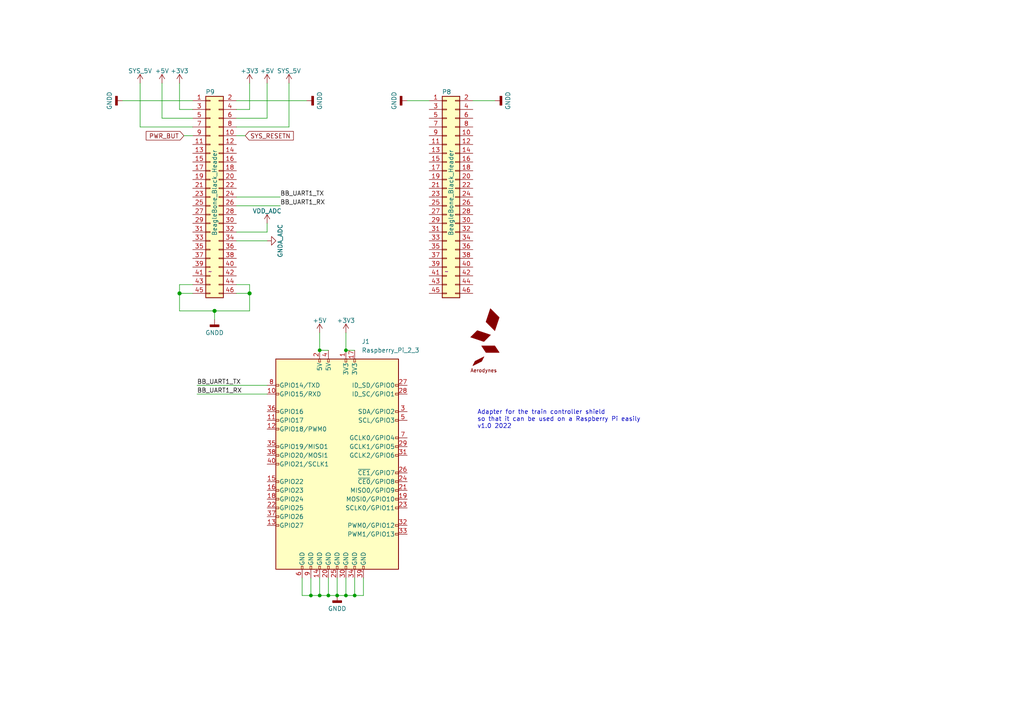
<source format=kicad_sch>
(kicad_sch (version 20211123) (generator eeschema)
  (paper "A4")
  (lib_symbols
    (symbol "Connector:Raspberry_Pi_2_3" (pin_names (offset 1.016))
      (property "Reference" "J" (at -17.78 31.75 0))
      (property "Value" "Raspberry_Pi_2_3" (at 10.16 -31.75 0))
      (symbol "Raspberry_Pi_2_3_0_1"
        (rectangle (start -17.78 30.48) (end 17.78 -30.48) (stroke (width 0.254)) (fill (type background)))
      )
      (symbol "Raspberry_Pi_2_3_1_1"
        (rectangle (start -16.891 -17.526) (end -17.78 -18.034))
        (rectangle (start -16.891 -14.986) (end -17.78 -15.494))
        (rectangle (start -16.891 -12.446) (end -17.78 -12.954))
        (rectangle (start -16.891 -9.906) (end -17.78 -10.414))
        (rectangle (start -16.891 -7.366) (end -17.78 -7.874))
        (rectangle (start -16.891 -4.826) (end -17.78 -5.334))
        (rectangle (start -16.891 0.254) (end -17.78 -0.254))
        (rectangle (start -16.891 2.794) (end -17.78 2.286))
        (rectangle (start -16.891 5.334) (end -17.78 4.826))
        (rectangle (start -16.891 10.414) (end -17.78 9.906))
        (rectangle (start -16.891 12.954) (end -17.78 12.446))
        (rectangle (start -16.891 15.494) (end -17.78 14.986))
        (rectangle (start -16.891 20.574) (end -17.78 20.066))
        (rectangle (start -16.891 23.114) (end -17.78 22.606))
        (rectangle (start -10.414 -29.591) (end -9.906 -30.48))
        (rectangle (start -7.874 -29.591) (end -7.366 -30.48))
        (rectangle (start -5.334 -29.591) (end -4.826 -30.48))
        (rectangle (start -5.334 30.48) (end -4.826 29.591))
        (rectangle (start -2.794 -29.591) (end -2.286 -30.48))
        (rectangle (start -2.794 30.48) (end -2.286 29.591))
        (rectangle (start -0.254 -29.591) (end 0.254 -30.48))
        (rectangle (start 2.286 -29.591) (end 2.794 -30.48))
        (rectangle (start 2.286 30.48) (end 2.794 29.591))
        (rectangle (start 4.826 -29.591) (end 5.334 -30.48))
        (rectangle (start 4.826 30.48) (end 5.334 29.591))
        (rectangle (start 7.366 -29.591) (end 7.874 -30.48))
        (rectangle (start 17.78 -20.066) (end 16.891 -20.574))
        (rectangle (start 17.78 -17.526) (end 16.891 -18.034))
        (rectangle (start 17.78 -12.446) (end 16.891 -12.954))
        (rectangle (start 17.78 -9.906) (end 16.891 -10.414))
        (rectangle (start 17.78 -7.366) (end 16.891 -7.874))
        (rectangle (start 17.78 -4.826) (end 16.891 -5.334))
        (rectangle (start 17.78 -2.286) (end 16.891 -2.794))
        (rectangle (start 17.78 2.794) (end 16.891 2.286))
        (rectangle (start 17.78 5.334) (end 16.891 4.826))
        (rectangle (start 17.78 7.874) (end 16.891 7.366))
        (rectangle (start 17.78 12.954) (end 16.891 12.446))
        (rectangle (start 17.78 15.494) (end 16.891 14.986))
        (rectangle (start 17.78 20.574) (end 16.891 20.066))
        (rectangle (start 17.78 23.114) (end 16.891 22.606))
        (pin power_in line (at 2.54 33.02 270) (length 2.54) (name "3V3") (number "1"))
        (pin bidirectional line (at -20.32 20.32 0) (length 2.54) (name "GPIO15/RXD") (number "10"))
        (pin bidirectional line (at -20.32 12.7 0) (length 2.54) (name "GPIO17") (number "11"))
        (pin bidirectional line (at -20.32 10.16 0) (length 2.54) (name "GPIO18/PWM0") (number "12"))
        (pin bidirectional line (at -20.32 -17.78 0) (length 2.54) (name "GPIO27") (number "13"))
        (pin power_in line (at -5.08 -33.02 90) (length 2.54) (name "GND") (number "14"))
        (pin bidirectional line (at -20.32 -5.08 0) (length 2.54) (name "GPIO22") (number "15"))
        (pin bidirectional line (at -20.32 -7.62 0) (length 2.54) (name "GPIO23") (number "16"))
        (pin power_in line (at 5.08 33.02 270) (length 2.54) (name "3V3") (number "17"))
        (pin bidirectional line (at -20.32 -10.16 0) (length 2.54) (name "GPIO24") (number "18"))
        (pin bidirectional line (at 20.32 -10.16 180) (length 2.54) (name "MOSI0/GPIO10") (number "19"))
        (pin power_in line (at -5.08 33.02 270) (length 2.54) (name "5V") (number "2"))
        (pin power_in line (at -2.54 -33.02 90) (length 2.54) (name "GND") (number "20"))
        (pin bidirectional line (at 20.32 -7.62 180) (length 2.54) (name "MISO0/GPIO9") (number "21"))
        (pin bidirectional line (at -20.32 -12.7 0) (length 2.54) (name "GPIO25") (number "22"))
        (pin bidirectional line (at 20.32 -12.7 180) (length 2.54) (name "SCLK0/GPIO11") (number "23"))
        (pin bidirectional line (at 20.32 -5.08 180) (length 2.54) (name "~{CE0}/GPIO8") (number "24"))
        (pin power_in line (at 0 -33.02 90) (length 2.54) (name "GND") (number "25"))
        (pin bidirectional line (at 20.32 -2.54 180) (length 2.54) (name "~{CE1}/GPIO7") (number "26"))
        (pin bidirectional line (at 20.32 22.86 180) (length 2.54) (name "ID_SD/GPIO0") (number "27"))
        (pin bidirectional line (at 20.32 20.32 180) (length 2.54) (name "ID_SC/GPIO1") (number "28"))
        (pin bidirectional line (at 20.32 5.08 180) (length 2.54) (name "GCLK1/GPIO5") (number "29"))
        (pin bidirectional line (at 20.32 15.24 180) (length 2.54) (name "SDA/GPIO2") (number "3"))
        (pin power_in line (at 2.54 -33.02 90) (length 2.54) (name "GND") (number "30"))
        (pin bidirectional line (at 20.32 2.54 180) (length 2.54) (name "GCLK2/GPIO6") (number "31"))
        (pin bidirectional line (at 20.32 -17.78 180) (length 2.54) (name "PWM0/GPIO12") (number "32"))
        (pin bidirectional line (at 20.32 -20.32 180) (length 2.54) (name "PWM1/GPIO13") (number "33"))
        (pin power_in line (at 5.08 -33.02 90) (length 2.54) (name "GND") (number "34"))
        (pin bidirectional line (at -20.32 5.08 0) (length 2.54) (name "GPIO19/MISO1") (number "35"))
        (pin bidirectional line (at -20.32 15.24 0) (length 2.54) (name "GPIO16") (number "36"))
        (pin bidirectional line (at -20.32 -15.24 0) (length 2.54) (name "GPIO26") (number "37"))
        (pin bidirectional line (at -20.32 2.54 0) (length 2.54) (name "GPIO20/MOSI1") (number "38"))
        (pin power_in line (at 7.62 -33.02 90) (length 2.54) (name "GND") (number "39"))
        (pin power_in line (at -2.54 33.02 270) (length 2.54) (name "5V") (number "4"))
        (pin bidirectional line (at -20.32 0 0) (length 2.54) (name "GPIO21/SCLK1") (number "40"))
        (pin bidirectional line (at 20.32 12.7 180) (length 2.54) (name "SCL/GPIO3") (number "5"))
        (pin power_in line (at -10.16 -33.02 90) (length 2.54) (name "GND") (number "6"))
        (pin bidirectional line (at 20.32 7.62 180) (length 2.54) (name "GCLK0/GPIO4") (number "7"))
        (pin bidirectional line (at -20.32 22.86 0) (length 2.54) (name "GPIO14/TXD") (number "8"))
        (pin power_in line (at -7.62 -33.02 90) (length 2.54) (name "GND") (number "9"))
      )
    )
    (symbol "Connector_Generic:Conn_02x23_Odd_Even" (pin_names (offset 1.016) hide)
      (property "Reference" "J" (at 1.27 30.48 0))
      (property "Value" "Conn_02x23_Odd_Even" (at 1.27 -30.48 0))
      (symbol "Conn_02x23_Odd_Even_1_1"
        (rectangle (start -1.27 -27.813) (end 0 -28.067) (stroke (width 0.1524)))
        (rectangle (start -1.27 -25.273) (end 0 -25.527) (stroke (width 0.1524)))
        (rectangle (start -1.27 -22.733) (end 0 -22.987) (stroke (width 0.1524)))
        (rectangle (start -1.27 -20.193) (end 0 -20.447) (stroke (width 0.1524)))
        (rectangle (start -1.27 -17.653) (end 0 -17.907) (stroke (width 0.1524)))
        (rectangle (start -1.27 -15.113) (end 0 -15.367) (stroke (width 0.1524)))
        (rectangle (start -1.27 -12.573) (end 0 -12.827) (stroke (width 0.1524)))
        (rectangle (start -1.27 -10.033) (end 0 -10.287) (stroke (width 0.1524)))
        (rectangle (start -1.27 -7.493) (end 0 -7.747) (stroke (width 0.1524)))
        (rectangle (start -1.27 -4.953) (end 0 -5.207) (stroke (width 0.1524)))
        (rectangle (start -1.27 -2.413) (end 0 -2.667) (stroke (width 0.1524)))
        (rectangle (start -1.27 0.127) (end 0 -0.127) (stroke (width 0.1524)))
        (rectangle (start -1.27 2.667) (end 0 2.413) (stroke (width 0.1524)))
        (rectangle (start -1.27 5.207) (end 0 4.953) (stroke (width 0.1524)))
        (rectangle (start -1.27 7.747) (end 0 7.493) (stroke (width 0.1524)))
        (rectangle (start -1.27 10.287) (end 0 10.033) (stroke (width 0.1524)))
        (rectangle (start -1.27 12.827) (end 0 12.573) (stroke (width 0.1524)))
        (rectangle (start -1.27 15.367) (end 0 15.113) (stroke (width 0.1524)))
        (rectangle (start -1.27 17.907) (end 0 17.653) (stroke (width 0.1524)))
        (rectangle (start -1.27 20.447) (end 0 20.193) (stroke (width 0.1524)))
        (rectangle (start -1.27 22.987) (end 0 22.733) (stroke (width 0.1524)))
        (rectangle (start -1.27 25.527) (end 0 25.273) (stroke (width 0.1524)))
        (rectangle (start -1.27 28.067) (end 0 27.813) (stroke (width 0.1524)))
        (rectangle (start -1.27 29.21) (end 3.81 -29.21) (stroke (width 0.254)) (fill (type background)))
        (rectangle (start 3.81 -27.813) (end 2.54 -28.067) (stroke (width 0.1524)))
        (rectangle (start 3.81 -25.273) (end 2.54 -25.527) (stroke (width 0.1524)))
        (rectangle (start 3.81 -22.733) (end 2.54 -22.987) (stroke (width 0.1524)))
        (rectangle (start 3.81 -20.193) (end 2.54 -20.447) (stroke (width 0.1524)))
        (rectangle (start 3.81 -17.653) (end 2.54 -17.907) (stroke (width 0.1524)))
        (rectangle (start 3.81 -15.113) (end 2.54 -15.367) (stroke (width 0.1524)))
        (rectangle (start 3.81 -12.573) (end 2.54 -12.827) (stroke (width 0.1524)))
        (rectangle (start 3.81 -10.033) (end 2.54 -10.287) (stroke (width 0.1524)))
        (rectangle (start 3.81 -7.493) (end 2.54 -7.747) (stroke (width 0.1524)))
        (rectangle (start 3.81 -4.953) (end 2.54 -5.207) (stroke (width 0.1524)))
        (rectangle (start 3.81 -2.413) (end 2.54 -2.667) (stroke (width 0.1524)))
        (rectangle (start 3.81 0.127) (end 2.54 -0.127) (stroke (width 0.1524)))
        (rectangle (start 3.81 2.667) (end 2.54 2.413) (stroke (width 0.1524)))
        (rectangle (start 3.81 5.207) (end 2.54 4.953) (stroke (width 0.1524)))
        (rectangle (start 3.81 7.747) (end 2.54 7.493) (stroke (width 0.1524)))
        (rectangle (start 3.81 10.287) (end 2.54 10.033) (stroke (width 0.1524)))
        (rectangle (start 3.81 12.827) (end 2.54 12.573) (stroke (width 0.1524)))
        (rectangle (start 3.81 15.367) (end 2.54 15.113) (stroke (width 0.1524)))
        (rectangle (start 3.81 17.907) (end 2.54 17.653) (stroke (width 0.1524)))
        (rectangle (start 3.81 20.447) (end 2.54 20.193) (stroke (width 0.1524)))
        (rectangle (start 3.81 22.987) (end 2.54 22.733) (stroke (width 0.1524)))
        (rectangle (start 3.81 25.527) (end 2.54 25.273) (stroke (width 0.1524)))
        (rectangle (start 3.81 28.067) (end 2.54 27.813) (stroke (width 0.1524)))
        (pin passive line (at -5.08 27.94 0) (length 3.81) (name "Pin_1") (number "1"))
        (pin passive line (at 7.62 17.78 180) (length 3.81) (name "Pin_10") (number "10"))
        (pin passive line (at -5.08 15.24 0) (length 3.81) (name "Pin_11") (number "11"))
        (pin passive line (at 7.62 15.24 180) (length 3.81) (name "Pin_12") (number "12"))
        (pin passive line (at -5.08 12.7 0) (length 3.81) (name "Pin_13") (number "13"))
        (pin passive line (at 7.62 12.7 180) (length 3.81) (name "Pin_14") (number "14"))
        (pin passive line (at -5.08 10.16 0) (length 3.81) (name "Pin_15") (number "15"))
        (pin passive line (at 7.62 10.16 180) (length 3.81) (name "Pin_16") (number "16"))
        (pin passive line (at -5.08 7.62 0) (length 3.81) (name "Pin_17") (number "17"))
        (pin passive line (at 7.62 7.62 180) (length 3.81) (name "Pin_18") (number "18"))
        (pin passive line (at -5.08 5.08 0) (length 3.81) (name "Pin_19") (number "19"))
        (pin passive line (at 7.62 27.94 180) (length 3.81) (name "Pin_2") (number "2"))
        (pin passive line (at 7.62 5.08 180) (length 3.81) (name "Pin_20") (number "20"))
        (pin passive line (at -5.08 2.54 0) (length 3.81) (name "Pin_21") (number "21"))
        (pin passive line (at 7.62 2.54 180) (length 3.81) (name "Pin_22") (number "22"))
        (pin passive line (at -5.08 0 0) (length 3.81) (name "Pin_23") (number "23"))
        (pin passive line (at 7.62 0 180) (length 3.81) (name "Pin_24") (number "24"))
        (pin passive line (at -5.08 -2.54 0) (length 3.81) (name "Pin_25") (number "25"))
        (pin passive line (at 7.62 -2.54 180) (length 3.81) (name "Pin_26") (number "26"))
        (pin passive line (at -5.08 -5.08 0) (length 3.81) (name "Pin_27") (number "27"))
        (pin passive line (at 7.62 -5.08 180) (length 3.81) (name "Pin_28") (number "28"))
        (pin passive line (at -5.08 -7.62 0) (length 3.81) (name "Pin_29") (number "29"))
        (pin passive line (at -5.08 25.4 0) (length 3.81) (name "Pin_3") (number "3"))
        (pin passive line (at 7.62 -7.62 180) (length 3.81) (name "Pin_30") (number "30"))
        (pin passive line (at -5.08 -10.16 0) (length 3.81) (name "Pin_31") (number "31"))
        (pin passive line (at 7.62 -10.16 180) (length 3.81) (name "Pin_32") (number "32"))
        (pin passive line (at -5.08 -12.7 0) (length 3.81) (name "Pin_33") (number "33"))
        (pin passive line (at 7.62 -12.7 180) (length 3.81) (name "Pin_34") (number "34"))
        (pin passive line (at -5.08 -15.24 0) (length 3.81) (name "Pin_35") (number "35"))
        (pin passive line (at 7.62 -15.24 180) (length 3.81) (name "Pin_36") (number "36"))
        (pin passive line (at -5.08 -17.78 0) (length 3.81) (name "Pin_37") (number "37"))
        (pin passive line (at 7.62 -17.78 180) (length 3.81) (name "Pin_38") (number "38"))
        (pin passive line (at -5.08 -20.32 0) (length 3.81) (name "Pin_39") (number "39"))
        (pin passive line (at 7.62 25.4 180) (length 3.81) (name "Pin_4") (number "4"))
        (pin passive line (at 7.62 -20.32 180) (length 3.81) (name "Pin_40") (number "40"))
        (pin passive line (at -5.08 -22.86 0) (length 3.81) (name "Pin_41") (number "41"))
        (pin passive line (at 7.62 -22.86 180) (length 3.81) (name "Pin_42") (number "42"))
        (pin passive line (at -5.08 -25.4 0) (length 3.81) (name "Pin_43") (number "43"))
        (pin passive line (at 7.62 -25.4 180) (length 3.81) (name "Pin_44") (number "44"))
        (pin passive line (at -5.08 -27.94 0) (length 3.81) (name "Pin_45") (number "45"))
        (pin passive line (at 7.62 -27.94 180) (length 3.81) (name "Pin_46") (number "46"))
        (pin passive line (at -5.08 22.86 0) (length 3.81) (name "Pin_5") (number "5"))
        (pin passive line (at 7.62 22.86 180) (length 3.81) (name "Pin_6") (number "6"))
        (pin passive line (at -5.08 20.32 0) (length 3.81) (name "Pin_7") (number "7"))
        (pin passive line (at 7.62 20.32 180) (length 3.81) (name "Pin_8") (number "8"))
        (pin passive line (at -5.08 17.78 0) (length 3.81) (name "Pin_9") (number "9"))
      )
    )
    (symbol "aerodynes:LOGO-AERODYNESSMALL" (pin_numbers hide) (pin_names (offset 1.016) hide)
      (symbol "LOGO-AERODYNESSMALL_1_0"
        (text "Aerodynes" (at -3.2258 -9.652 0) (effects (font (size 1.016 1.016))))
      )
      (symbol "LOGO-AERODYNESSMALL_1_1"
        (polyline (pts (xy -3.175 -5.715) (xy -5.715 -6.985) (xy -5.715 -6.985) (xy -6.35 -8.255) (xy -6.35 -8.255) (xy -3.81 -6.985) (xy -3.81 -6.985) (xy -3.175 -5.715)) (fill (type outline)))
        (polyline (pts (xy -2.54 -4.445) (xy -3.81 -2.54) (xy -3.81 -2.54) (xy 0 -2.54) (xy 0 -2.54) (xy 1.27 -4.445) (xy 1.27 -4.445) (xy -2.54 -4.445)) (fill (type outline)))
        (polyline (pts (xy -1.27 0.635) (xy -5.08 1.905) (xy -5.08 1.905) (xy -6.985 0) (xy -6.985 0) (xy -3.175 -1.27) (xy -3.175 -1.27) (xy -1.27 0.635)) (fill (type outline)))
        (polyline (pts (xy 0 1.905) (xy -2.54 4.445) (xy -2.54 4.445) (xy -1.27 8.255) (xy -1.27 8.255) (xy 1.27 5.715) (xy 1.27 5.715) (xy 0 1.905)) (fill (type outline)))
      )
    )
    (symbol "power:+3.3V" (power) (pin_names (offset 0))
      (property "Value" "+3.3V" (at 0 3.556 0))
      (symbol "+3.3V_0_1"
        (polyline (pts (xy -0.762 1.27) (xy 0 2.54)))
        (polyline (pts (xy 0 0) (xy 0 2.54)))
        (polyline (pts (xy 0 2.54) (xy 0.762 1.27)))
      )
      (symbol "+3.3V_1_1"
        (pin power_in line (at 0 0 90) (length 0) hide (name "+3V3") (number "1"))
      )
    )
    (symbol "power:+5V" (power) (pin_names (offset 0))
      (property "Value" "+5V" (at 0 3.556 0))
      (symbol "+5V_0_1"
        (polyline (pts (xy -0.762 1.27) (xy 0 2.54)))
        (polyline (pts (xy 0 0) (xy 0 2.54)))
        (polyline (pts (xy 0 2.54) (xy 0.762 1.27)))
      )
      (symbol "+5V_1_1"
        (pin power_in line (at 0 0 90) (length 0) hide (name "+5V") (number "1"))
      )
    )
    (symbol "power:GNDD" (power) (pin_names (offset 0))
      (property "Value" "GNDD" (at 0 -3.175 0))
      (symbol "GNDD_0_1"
        (rectangle (start -1.27 -1.524) (end 1.27 -2.032) (stroke (width 0.254)) (fill (type outline)))
        (polyline (pts (xy 0 0) (xy 0 -1.524)))
      )
      (symbol "GNDD_1_1"
        (pin power_in line (at 0 0 270) (length 0) hide (name "GNDD") (number "1"))
      )
    )
    (symbol "pwr_BeagleBone:GNDA_ADC" (power) (pin_names (offset 0))
      (property "Value" "GNDA_ADC" (at 0 -3.81 0))
      (symbol "GNDA_ADC_0_1"
        (polyline (pts (xy 0 0) (xy 0 -1.27) (xy 1.27 -1.27) (xy 0 -2.54) (xy -1.27 -1.27) (xy 0 -1.27)))
      )
      (symbol "GNDA_ADC_1_1"
        (pin power_in line (at 0 0 270) (length 0) hide (name "GNDA_ADC") (number "1"))
      )
    )
    (symbol "pwr_BeagleBone:SYS_5V" (power) (pin_names (offset 0))
      (property "Value" "SYS_5V" (at 0 3.556 0))
      (symbol "SYS_5V_0_1"
        (polyline (pts (xy -0.762 1.27) (xy 0 2.54)))
        (polyline (pts (xy 0 0) (xy 0 2.54)))
        (polyline (pts (xy 0 2.54) (xy 0.762 1.27)))
      )
      (symbol "SYS_5V_1_1"
        (pin power_in line (at 0 0 90) (length 0) hide (name "SYS_5V") (number "1"))
      )
    )
    (symbol "pwr_BeagleBone:VDD_ADC" (power) (pin_names (offset 0))
      (property "Value" "VDD_ADC" (at 0 3.556 0))
      (symbol "VDD_ADC_0_1"
        (polyline (pts (xy -0.762 1.27) (xy 0 2.54)))
        (polyline (pts (xy 0 0) (xy 0 2.54)))
        (polyline (pts (xy 0 2.54) (xy 0.762 1.27)))
      )
      (symbol "VDD_ADC_1_1"
        (pin power_in line (at 0 0 90) (length 0) hide (name "VDD_ADC") (number "1"))
      )
    )
  )
  (junction (at 72.39 85.09) (diameter 1.016))
  (junction (at 100.33 101.6))
  (junction (at 90.17 172.72))
  (junction (at 102.87 172.72))
  (junction (at 62.23 90.17) (diameter 1.016))
  (junction (at 52.07 85.09) (diameter 1.016))
  (junction (at 100.33 172.72))
  (junction (at 92.71 101.6))
  (junction (at 95.25 172.72))
  (junction (at 97.79 172.72))
  (junction (at 92.71 172.72))
  (wire (pts (xy 68.58 34.29) (xy 77.47 34.29)))
  (wire (pts (xy 102.87 172.72) (xy 100.33 172.72)))
  (wire (pts (xy 92.71 101.6) (xy 95.25 101.6)))
  (wire (pts (xy 72.39 82.55) (xy 72.39 85.09)))
  (wire (pts (xy 68.58 67.31) (xy 77.47 67.31)))
  (wire (pts (xy 55.88 39.37) (xy 53.34 39.37)))
  (wire (pts (xy 40.64 36.83) (xy 40.64 24.13)))
  (wire (pts (xy 62.23 90.17) (xy 52.07 90.17)))
  (wire (pts (xy 87.63 172.72) (xy 90.17 172.72)))
  (wire (pts (xy 105.41 172.72) (xy 102.87 172.72)))
  (wire (pts (xy 68.58 59.69) (xy 81.28 59.69)))
  (wire (pts (xy 100.33 96.52) (xy 100.33 101.6)))
  (wire (pts (xy 52.07 31.75) (xy 52.07 24.13)))
  (wire (pts (xy 72.39 31.75) (xy 72.39 24.13)))
  (wire (pts (xy 83.82 36.83) (xy 68.58 36.83)))
  (wire (pts (xy 77.47 67.31) (xy 77.47 64.77)))
  (wire (pts (xy 100.33 101.6) (xy 102.87 101.6)))
  (wire (pts (xy 68.58 29.21) (xy 88.9 29.21)))
  (wire (pts (xy 102.87 167.64) (xy 102.87 172.72)))
  (wire (pts (xy 100.33 167.64) (xy 100.33 172.72)))
  (wire (pts (xy 97.79 167.64) (xy 97.79 172.72)))
  (wire (pts (xy 72.39 90.17) (xy 62.23 90.17)))
  (wire (pts (xy 90.17 167.64) (xy 90.17 172.72)))
  (wire (pts (xy 52.07 90.17) (xy 52.07 85.09)))
  (wire (pts (xy 55.88 36.83) (xy 40.64 36.83)))
  (wire (pts (xy 87.63 167.64) (xy 87.63 172.72)))
  (wire (pts (xy 57.15 111.76) (xy 77.47 111.76)))
  (wire (pts (xy 55.88 31.75) (xy 52.07 31.75)))
  (wire (pts (xy 72.39 85.09) (xy 72.39 90.17)))
  (wire (pts (xy 92.71 96.52) (xy 92.71 101.6)))
  (wire (pts (xy 55.88 34.29) (xy 46.99 34.29)))
  (wire (pts (xy 118.11 29.21) (xy 124.46 29.21)))
  (wire (pts (xy 62.23 92.71) (xy 62.23 90.17)))
  (wire (pts (xy 68.58 82.55) (xy 72.39 82.55)))
  (wire (pts (xy 95.25 172.72) (xy 97.79 172.72)))
  (wire (pts (xy 68.58 31.75) (xy 72.39 31.75)))
  (wire (pts (xy 137.16 29.21) (xy 143.51 29.21)))
  (wire (pts (xy 55.88 85.09) (xy 52.07 85.09)))
  (wire (pts (xy 77.47 34.29) (xy 77.47 24.13)))
  (wire (pts (xy 92.71 167.64) (xy 92.71 172.72)))
  (wire (pts (xy 52.07 85.09) (xy 52.07 82.55)))
  (wire (pts (xy 92.71 172.72) (xy 95.25 172.72)))
  (wire (pts (xy 57.15 114.3) (xy 77.47 114.3)))
  (wire (pts (xy 90.17 172.72) (xy 92.71 172.72)))
  (wire (pts (xy 100.33 172.72) (xy 97.79 172.72)))
  (wire (pts (xy 46.99 34.29) (xy 46.99 24.13)))
  (wire (pts (xy 68.58 85.09) (xy 72.39 85.09)))
  (wire (pts (xy 68.58 57.15) (xy 81.28 57.15)))
  (wire (pts (xy 95.25 167.64) (xy 95.25 172.72)))
  (wire (pts (xy 68.58 39.37) (xy 71.12 39.37)))
  (wire (pts (xy 105.41 167.64) (xy 105.41 172.72)))
  (wire (pts (xy 68.58 69.85) (xy 77.47 69.85)))
  (wire (pts (xy 83.82 24.13) (xy 83.82 36.83)))
  (wire (pts (xy 55.88 29.21) (xy 35.56 29.21)))
  (wire (pts (xy 52.07 82.55) (xy 55.88 82.55)))
  (text "Adapter for the train controller shield\nso that it can be used on a Raspberry Pi easily\nv1.0 2022" (at 138.43 124.46 0) (effects (font (size 1.27 1.27)) (justify left bottom)))
  (label "BB_UART1_TX" (at 57.15 111.76 0))
  (label "BB_UART1_RX" (at 57.15 114.3 0))
  (label "BB_UART1_TX" (at 81.28 57.15 0))
  (label "BB_UART1_RX" (at 81.28 59.69 0))
  (global_label "SYS_RESETN" (shape input) (at 71.12 39.37 0) (property "Intersheet References" "${INTERSHEET_REFS}" (effects hide)))
  (global_label "PWR_BUT" (shape input) (at 53.34 39.37 180) (property "Intersheet References" "${INTERSHEET_REFS}" (effects hide)))
  (symbol (lib_id "power:GNDD") (at 62.23 92.71 0) (unit 1)
    (property "Reference" "#PWR01" (effects hide))
    (property "Value" "GNDD" (at 62.23 96.52 0))
  )
  (symbol (lib_id "power:GNDD") (at 88.9 29.21 90) (unit 1)
    (property "Reference" "#PWR02" (effects hide))
    (property "Value" "GNDD" (at 92.71 29.21 0))
  )
  (symbol (lib_id "power:GNDD") (at 35.56 29.21 270) (unit 1)
    (property "Reference" "#PWR03" (effects hide))
    (property "Value" "GNDD" (at 31.75 29.21 0))
  )
  (symbol (lib_id "power:GNDD") (at 118.11 29.21 270) (unit 1)
    (property "Reference" "#PWR04" (effects hide))
    (property "Value" "GNDD" (at 114.3 29.21 0))
  )
  (symbol (lib_id "power:GNDD") (at 143.51 29.21 90) (unit 1)
    (property "Reference" "#PWR05" (effects hide))
    (property "Value" "GNDD" (at 147.32 29.21 0))
  )
  (symbol (lib_id "power:+3.3V") (at 72.39 24.13 0) (unit 1)
    (property "Reference" "#PWR06" (effects hide))
    (property "Value" "+3V3" (at 72.39 20.574 0))
  )
  (symbol (lib_id "power:+5V") (at 77.47 24.13 0) (unit 1)
    (property "Reference" "#PWR07" (effects hide))
    (property "Value" "+5V" (at 77.47 20.574 0))
  )
  (symbol (lib_id "power:+3.3V") (at 52.07 24.13 0) (unit 1)
    (property "Reference" "#PWR08" (effects hide))
    (property "Value" "+3V3" (at 52.07 20.574 0))
  )
  (symbol (lib_id "power:+5V") (at 46.99 24.13 0) (unit 1)
    (property "Reference" "#PWR09" (effects hide))
    (property "Value" "+5V" (at 46.99 20.574 0))
  )
  (symbol (lib_id "pwr_BeagleBone:SYS_5V") (at 83.82 24.13 0) (unit 1)
    (property "Reference" "#PWR010" (effects hide))
    (property "Value" "SYS_5V" (at 83.82 20.574 0))
  )
  (symbol (lib_id "pwr_BeagleBone:SYS_5V") (at 40.64 24.13 0) (unit 1)
    (property "Reference" "#PWR011" (effects hide))
    (property "Value" "SYS_5V" (at 40.64 20.574 0))
  )
  (symbol (lib_id "pwr_BeagleBone:VDD_ADC") (at 77.47 64.77 0) (unit 1)
    (property "Reference" "#PWR012" (effects hide))
    (property "Value" "VDD_ADC" (at 77.47 61.214 0))
  )
  (symbol (lib_id "pwr_BeagleBone:GNDA_ADC") (at 77.47 69.85 90) (unit 1)
    (property "Reference" "#PWR013" (effects hide))
    (property "Value" "GNDA_ADC" (at 81.28 69.85 0))
  )
  (symbol (lib_id "Connector_Generic:Conn_02x23_Odd_Even") (at 60.96 57.15 0) (unit 1)
    (property "Reference" "P9" (at 60.96 26.67 0))
    (property "Value" "BeagleBone_Black_Header" (at 62.23 55.88 90))
    (property "Footprint" "Socket_BeagleBone_Black:Socket_BeagleBone_Black" (effects hide))
    (property "Datasheet" "~" (at 60.96 78.74 0) (effects (font (size 1.524 1.524))))
  )
  (symbol (lib_id "Connector_Generic:Conn_02x23_Odd_Even") (at 129.54 57.15 0) (unit 1)
    (property "Reference" "P8" (at 129.54 26.67 0))
    (property "Value" "BeagleBone_Black_Header" (at 130.81 55.88 90))
    (property "Footprint" "Socket_BeagleBone_Black:Socket_BeagleBone_Black" (effects hide))
    (property "Datasheet" "~" (at 129.54 78.74 0) (effects (font (size 1.524 1.524))))
  )
  (symbol (lib_id "power:GNDD") (at 97.79 172.72 0) (unit 1)
    (property "Reference" "#PWR0103" (effects hide))
    (property "Value" "GNDD" (at 97.79 176.53 0))
  )
  (symbol (lib_id "power:+3.3V") (at 100.33 96.52 0) (unit 1)
    (property "Reference" "#PWR0102" (effects hide))
    (property "Value" "+3V3" (at 100.33 92.964 0))
  )
  (symbol (lib_id "aerodynes:LOGO-AERODYNESSMALL") (at 143.51 97.79 0) (unit 1)
    (property "Reference" "M1" (effects hide))
    (property "Value" "LOGO-AERODYNESSMALL" (effects hide))
    (property "Footprint" "controller v31:LOGO-AERODYNES-S" (effects hide))
  )
  (symbol (lib_id "power:+5V") (at 92.71 96.52 0) (unit 1)
    (property "Reference" "#PWR0101" (effects hide))
    (property "Value" "+5V" (at 92.71 92.964 0))
  )
  (symbol (lib_id "Connector:Raspberry_Pi_2_3") (at 97.79 134.62 0) (unit 1)
    (property "Reference" "J1" (at 104.8894 99.06 0) (effects (justify left)))
    (property "Value" "Raspberry_Pi_2_3" (at 104.8894 101.6 0) (effects (justify left)))
    (property "Footprint" "Connector_PinSocket_2.54mm:PinSocket_2x20_P2.54mm_Vertical" (effects hide))
    (property "Datasheet" "https://www.raspberrypi.org/documentation/hardware/raspberrypi/schematics/rpi_SCH_3bplus_1p0_reduced.pdf" (effects hide))
  )
)
</source>
